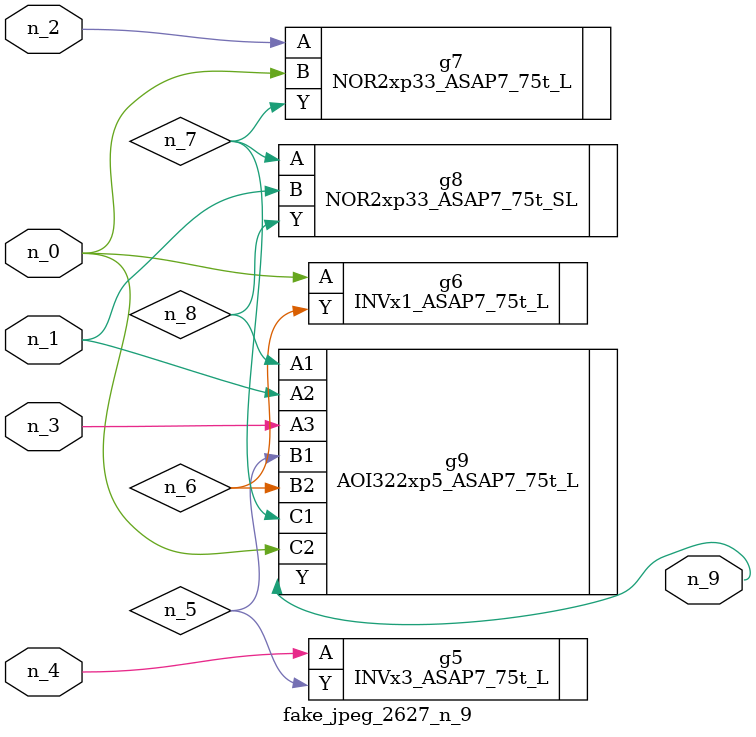
<source format=v>
module fake_jpeg_2627_n_9 (n_3, n_2, n_1, n_0, n_4, n_9);

input n_3;
input n_2;
input n_1;
input n_0;
input n_4;

output n_9;

wire n_8;
wire n_6;
wire n_5;
wire n_7;

INVx3_ASAP7_75t_L g5 ( 
.A(n_4),
.Y(n_5)
);

INVx1_ASAP7_75t_L g6 ( 
.A(n_0),
.Y(n_6)
);

NOR2xp33_ASAP7_75t_L g7 ( 
.A(n_2),
.B(n_0),
.Y(n_7)
);

NOR2xp33_ASAP7_75t_SL g8 ( 
.A(n_7),
.B(n_1),
.Y(n_8)
);

AOI322xp5_ASAP7_75t_L g9 ( 
.A1(n_8),
.A2(n_1),
.A3(n_3),
.B1(n_5),
.B2(n_6),
.C1(n_7),
.C2(n_0),
.Y(n_9)
);


endmodule
</source>
